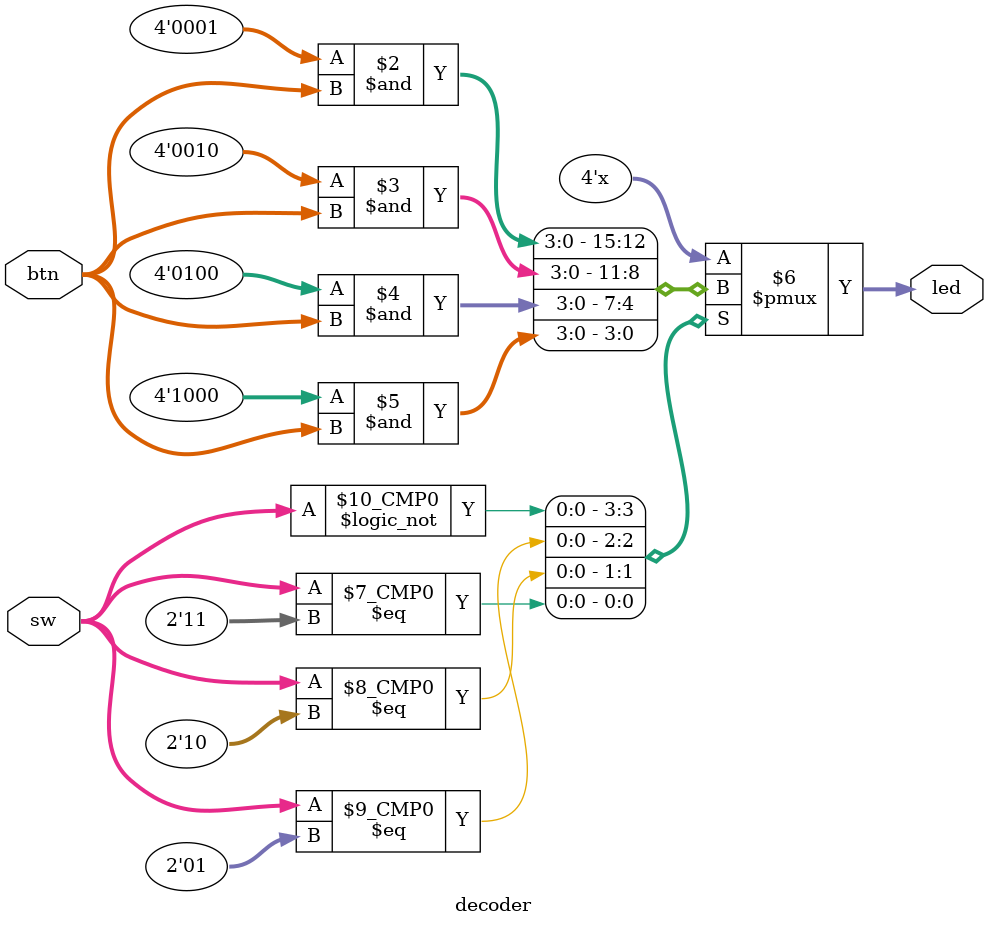
<source format=v>
`timescale 1ns / 1ps


module decoder(
input [1:0] sw,
input [3:0] btn,
output reg[3:0] led
    );
   
always @(sw, btn) begin
    case (sw)
        2'b00: led <= 4'd1 & btn;
        2'b01: led <= 4'd2 & btn;
        2'b10: led <= 4'd4 & btn;
        2'b11: led <= 4'd8 & btn;
        default: led<=4'd0;
        endcase
end
        
endmodule

</source>
